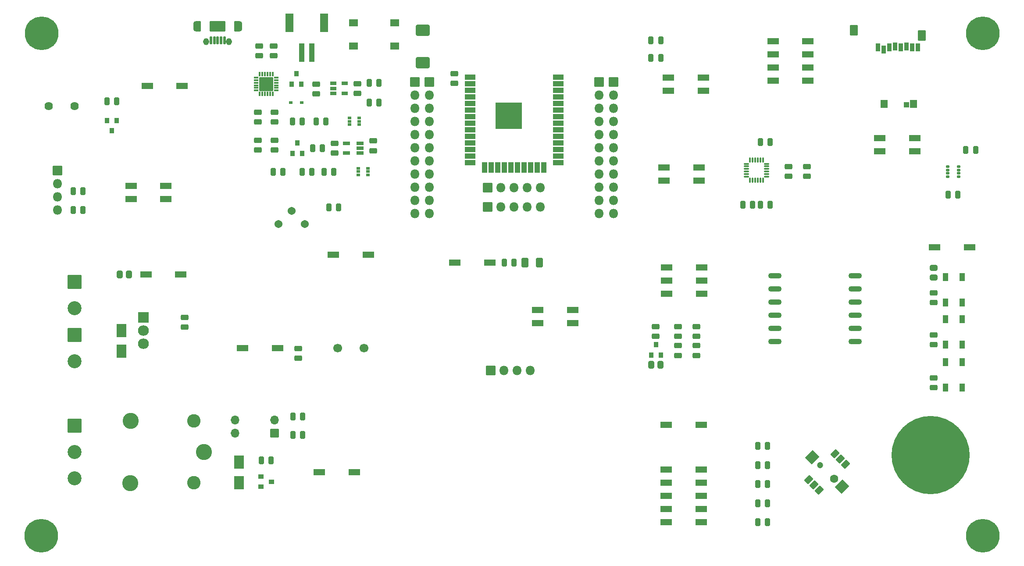
<source format=gbr>
%TF.GenerationSoftware,KiCad,Pcbnew,(6.0.0)*%
%TF.CreationDate,2022-02-10T17:28:00+01:00*%
%TF.ProjectId,ESP32IoTPlatform,45535033-3249-46f5-9450-6c6174666f72,rev?*%
%TF.SameCoordinates,Original*%
%TF.FileFunction,Soldermask,Top*%
%TF.FilePolarity,Negative*%
%FSLAX46Y46*%
G04 Gerber Fmt 4.6, Leading zero omitted, Abs format (unit mm)*
G04 Created by KiCad (PCBNEW (6.0.0)) date 2022-02-10 17:28:00*
%MOMM*%
%LPD*%
G01*
G04 APERTURE LIST*
G04 Aperture macros list*
%AMRoundRect*
0 Rectangle with rounded corners*
0 $1 Rounding radius*
0 $2 $3 $4 $5 $6 $7 $8 $9 X,Y pos of 4 corners*
0 Add a 4 corners polygon primitive as box body*
4,1,4,$2,$3,$4,$5,$6,$7,$8,$9,$2,$3,0*
0 Add four circle primitives for the rounded corners*
1,1,$1+$1,$2,$3*
1,1,$1+$1,$4,$5*
1,1,$1+$1,$6,$7*
1,1,$1+$1,$8,$9*
0 Add four rect primitives between the rounded corners*
20,1,$1+$1,$2,$3,$4,$5,0*
20,1,$1+$1,$4,$5,$6,$7,0*
20,1,$1+$1,$6,$7,$8,$9,0*
20,1,$1+$1,$8,$9,$2,$3,0*%
G04 Aperture macros list end*
%ADD10RoundRect,0.050000X0.900000X-1.250000X0.900000X1.250000X-0.900000X1.250000X-0.900000X-1.250000X0*%
%ADD11RoundRect,0.050000X-1.000000X0.952500X-1.000000X-0.952500X1.000000X-0.952500X1.000000X0.952500X0*%
%ADD12O,2.100000X2.005000*%
%ADD13RoundRect,0.293750X-0.456250X0.243750X-0.456250X-0.243750X0.456250X-0.243750X0.456250X0.243750X0*%
%ADD14RoundRect,0.300000X1.025000X-0.787500X1.025000X0.787500X-1.025000X0.787500X-1.025000X-0.787500X0*%
%ADD15RoundRect,0.293750X0.456250X-0.243750X0.456250X0.243750X-0.456250X0.243750X-0.456250X-0.243750X0*%
%ADD16RoundRect,0.293750X0.243750X0.456250X-0.243750X0.456250X-0.243750X-0.456250X0.243750X-0.456250X0*%
%ADD17RoundRect,0.050000X0.200000X0.675000X-0.200000X0.675000X-0.200000X-0.675000X0.200000X-0.675000X0*%
%ADD18O,1.100000X2.000000*%
%ADD19RoundRect,0.050000X1.450000X0.950000X-1.450000X0.950000X-1.450000X-0.950000X1.450000X-0.950000X0*%
%ADD20RoundRect,0.050000X0.437500X0.950000X-0.437500X0.950000X-0.437500X-0.950000X0.437500X-0.950000X0*%
%ADD21O,1.150000X1.350000*%
%ADD22RoundRect,0.293750X-0.243750X-0.456250X0.243750X-0.456250X0.243750X0.456250X-0.243750X0.456250X0*%
%ADD23RoundRect,0.112500X-0.062500X0.350000X-0.062500X-0.350000X0.062500X-0.350000X0.062500X0.350000X0*%
%ADD24RoundRect,0.112500X-0.350000X0.062500X-0.350000X-0.062500X0.350000X-0.062500X0.350000X0.062500X0*%
%ADD25RoundRect,0.050000X-1.300000X1.300000X-1.300000X-1.300000X1.300000X-1.300000X1.300000X1.300000X0*%
%ADD26RoundRect,0.050000X0.610000X0.325000X-0.610000X0.325000X-0.610000X-0.325000X0.610000X-0.325000X0*%
%ADD27RoundRect,0.050000X-0.450000X-0.400000X0.450000X-0.400000X0.450000X0.400000X-0.450000X0.400000X0*%
%ADD28RoundRect,0.050000X-1.080000X-0.560000X1.080000X-0.560000X1.080000X0.560000X-1.080000X0.560000X0*%
%ADD29RoundRect,0.050000X-0.530000X-0.325000X0.530000X-0.325000X0.530000X0.325000X-0.530000X0.325000X0*%
%ADD30RoundRect,0.050000X0.400000X-0.450000X0.400000X0.450000X-0.400000X0.450000X-0.400000X-0.450000X0*%
%ADD31RoundRect,0.050000X0.300000X0.225000X-0.300000X0.225000X-0.300000X-0.225000X0.300000X-0.225000X0*%
%ADD32RoundRect,0.050000X0.500000X-0.750000X0.500000X0.750000X-0.500000X0.750000X-0.500000X-0.750000X0*%
%ADD33C,2.700000*%
%ADD34RoundRect,0.050000X1.080000X0.560000X-1.080000X0.560000X-1.080000X-0.560000X1.080000X-0.560000X0*%
%ADD35RoundRect,0.050000X0.800000X0.800000X-0.800000X0.800000X-0.800000X-0.800000X0.800000X-0.800000X0*%
%ADD36O,1.700000X1.700000*%
%ADD37RoundRect,0.050000X-0.850000X-0.850000X0.850000X-0.850000X0.850000X0.850000X-0.850000X0.850000X0*%
%ADD38O,1.800000X1.800000*%
%ADD39RoundRect,0.050000X-0.325000X-0.200000X0.325000X-0.200000X0.325000X0.200000X-0.325000X0.200000X0*%
%ADD40C,1.540000*%
%ADD41RoundRect,0.050000X0.400000X0.750000X-0.400000X0.750000X-0.400000X-0.750000X0.400000X-0.750000X0*%
%ADD42RoundRect,0.050000X0.650000X0.700000X-0.650000X0.700000X-0.650000X-0.700000X0.650000X-0.700000X0*%
%ADD43RoundRect,0.050000X0.700000X0.950000X-0.700000X0.950000X-0.700000X-0.950000X0.700000X-0.950000X0*%
%ADD44RoundRect,0.050000X0.475000X0.500000X-0.475000X0.500000X-0.475000X-0.500000X0.475000X-0.500000X0*%
%ADD45C,0.900000*%
%ADD46C,6.500000*%
%ADD47RoundRect,0.050000X0.850000X-0.850000X0.850000X0.850000X-0.850000X0.850000X-0.850000X-0.850000X0*%
%ADD48RoundRect,0.050000X-0.750000X-1.700000X0.750000X-1.700000X0.750000X1.700000X-0.750000X1.700000X0*%
%ADD49RoundRect,0.050000X-0.500000X-1.750000X0.500000X-1.750000X0.500000X1.750000X-0.500000X1.750000X0*%
%ADD50C,3.100000*%
%ADD51C,2.600000*%
%ADD52C,15.100000*%
%ADD53RoundRect,0.050000X-0.900000X1.250000X-0.900000X-1.250000X0.900000X-1.250000X0.900000X1.250000X0*%
%ADD54RoundRect,0.300000X0.375000X0.625000X-0.375000X0.625000X-0.375000X-0.625000X0.375000X-0.625000X0*%
%ADD55O,2.600000X1.100000*%
%ADD56C,1.700000*%
%ADD57RoundRect,0.050000X0.775000X0.650000X-0.775000X0.650000X-0.775000X-0.650000X0.775000X-0.650000X0*%
%ADD58RoundRect,0.050000X-1.000000X-0.450000X1.000000X-0.450000X1.000000X0.450000X-1.000000X0.450000X0*%
%ADD59RoundRect,0.050000X0.450000X-1.000000X0.450000X1.000000X-0.450000X1.000000X-0.450000X-1.000000X0*%
%ADD60RoundRect,0.050000X-2.500000X-2.500000X2.500000X-2.500000X2.500000X2.500000X-2.500000X2.500000X0*%
%ADD61RoundRect,0.050000X-0.400000X0.450000X-0.400000X-0.450000X0.400000X-0.450000X0.400000X0.450000X0*%
%ADD62C,1.624000*%
%ADD63RoundRect,0.050000X0.250000X0.175000X-0.250000X0.175000X-0.250000X-0.175000X0.250000X-0.175000X0*%
%ADD64C,1.200000*%
%ADD65C,1.600000*%
%ADD66RoundRect,0.050000X-0.123744X-0.830850X0.830850X0.123744X0.123744X0.830850X-0.830850X-0.123744X0*%
%ADD67RoundRect,0.050000X-0.070711X-1.343503X1.343503X0.070711X0.070711X1.343503X-1.343503X-0.070711X0*%
%ADD68RoundRect,0.125000X-0.350000X-0.075000X0.350000X-0.075000X0.350000X0.075000X-0.350000X0.075000X0*%
%ADD69RoundRect,0.125000X0.075000X-0.350000X0.075000X0.350000X-0.075000X0.350000X-0.075000X-0.350000X0*%
%ADD70RoundRect,0.300000X0.262500X0.450000X-0.262500X0.450000X-0.262500X-0.450000X0.262500X-0.450000X0*%
%ADD71RoundRect,0.300000X0.450000X-0.262500X0.450000X0.262500X-0.450000X0.262500X-0.450000X-0.262500X0*%
G04 APERTURE END LIST*
D10*
%TO.C,D12*%
X62400000Y-113800000D03*
X62400000Y-109800000D03*
%TD*%
D11*
%TO.C,Q3*%
X66655000Y-107260000D03*
D12*
X66655000Y-109800000D03*
X66655000Y-112340000D03*
%TD*%
D13*
%TO.C,R14*%
X74600000Y-107262500D03*
X74600000Y-109137500D03*
%TD*%
D14*
%TO.C,C3*%
X120606999Y-58056499D03*
X120606999Y-51831499D03*
%TD*%
D15*
%TO.C,C4*%
X89000000Y-56737500D03*
X89000000Y-54862500D03*
%TD*%
%TO.C,C5*%
X91800000Y-56737500D03*
X91800000Y-54862500D03*
%TD*%
%TO.C,C6*%
X103600000Y-75537500D03*
X103600000Y-73662500D03*
%TD*%
%TO.C,C7*%
X111000000Y-75068750D03*
X111000000Y-73193750D03*
%TD*%
D13*
%TO.C,D1*%
X88800000Y-73062500D03*
X88800000Y-74937500D03*
%TD*%
%TO.C,D2*%
X92000000Y-73062500D03*
X92000000Y-74937500D03*
%TD*%
D16*
%TO.C,D3*%
X101937500Y-69400000D03*
X100062500Y-69400000D03*
%TD*%
D17*
%TO.C,J1*%
X79700000Y-53735000D03*
X80350000Y-53735000D03*
X81000000Y-53735000D03*
X81650000Y-53735000D03*
X82300000Y-53735000D03*
D18*
X76825000Y-51060000D03*
D19*
X81000000Y-51060000D03*
D20*
X84737500Y-51060000D03*
X77262500Y-51060000D03*
D21*
X78775000Y-54060000D03*
X83225000Y-54060000D03*
D18*
X85175000Y-51060000D03*
%TD*%
D13*
%TO.C,R2*%
X88800000Y-67662500D03*
X88800000Y-69537500D03*
%TD*%
%TO.C,R3*%
X92000000Y-67662500D03*
X92000000Y-69537500D03*
%TD*%
D22*
%TO.C,R4*%
X99325000Y-74600000D03*
X101200000Y-74600000D03*
%TD*%
D16*
%TO.C,R5*%
X103437500Y-79200000D03*
X101562500Y-79200000D03*
%TD*%
D23*
%TO.C,U2*%
X91650000Y-60262500D03*
X91150000Y-60262500D03*
X90650000Y-60262500D03*
X90150000Y-60262500D03*
X89650000Y-60262500D03*
X89150000Y-60262500D03*
D24*
X88462500Y-60950000D03*
X88462500Y-61450000D03*
X88462500Y-61950000D03*
X88462500Y-62450000D03*
X88462500Y-62950000D03*
X88462500Y-63450000D03*
D23*
X89150000Y-64137500D03*
X89650000Y-64137500D03*
X90150000Y-64137500D03*
X90650000Y-64137500D03*
X91150000Y-64137500D03*
X91650000Y-64137500D03*
D24*
X92337500Y-63450000D03*
X92337500Y-62950000D03*
X92337500Y-62450000D03*
X92337500Y-61950000D03*
X92337500Y-61450000D03*
X92337500Y-60950000D03*
D25*
X90400000Y-62200000D03*
%TD*%
D26*
%TO.C,U3*%
X108510000Y-75550000D03*
X108510000Y-74600000D03*
X108510000Y-73650000D03*
X105890000Y-73650000D03*
X105890000Y-75550000D03*
%TD*%
D27*
%TO.C,Q2*%
X89380999Y-138050000D03*
X89380999Y-139950000D03*
X91380999Y-139000000D03*
%TD*%
D22*
%TO.C,R6*%
X164672499Y-57150999D03*
X166547499Y-57150999D03*
%TD*%
%TO.C,R7*%
X164672499Y-53750999D03*
X166547499Y-53750999D03*
%TD*%
D28*
%TO.C,SW2*%
X168044999Y-60953999D03*
X168044999Y-63493999D03*
X174774999Y-63493999D03*
X174774999Y-60953999D03*
%TD*%
D13*
%TO.C,C13*%
X100068750Y-62262500D03*
X100068750Y-64137500D03*
%TD*%
%TO.C,C14*%
X108000000Y-62112500D03*
X108000000Y-63987500D03*
%TD*%
D29*
%TO.C,IC1*%
X103300000Y-62100000D03*
X103300000Y-63050000D03*
X103300000Y-64000000D03*
X105500000Y-64000000D03*
X105500000Y-62100000D03*
%TD*%
D30*
%TO.C,Q1*%
X95250000Y-62200000D03*
X97150000Y-62200000D03*
X96200000Y-60200000D03*
%TD*%
D22*
%TO.C,R10*%
X95462500Y-69400000D03*
X97337500Y-69400000D03*
%TD*%
D31*
%TO.C,D4*%
X97250000Y-65800000D03*
X95150000Y-65800000D03*
%TD*%
D15*
%TO.C,C15*%
X219222999Y-104412499D03*
X219222999Y-102537499D03*
%TD*%
%TO.C,C16*%
X219222999Y-112540499D03*
X219222999Y-110665499D03*
%TD*%
%TO.C,C17*%
X219222999Y-120795499D03*
X219222999Y-118920499D03*
%TD*%
D32*
%TO.C,D5*%
X221559999Y-104400999D03*
X224759999Y-104400999D03*
X224759999Y-99500999D03*
X221559999Y-99500999D03*
%TD*%
%TO.C,D6*%
X221559999Y-112528999D03*
X224759999Y-112528999D03*
X224759999Y-107628999D03*
X221559999Y-107628999D03*
%TD*%
%TO.C,D7*%
X221559999Y-120783999D03*
X224759999Y-120783999D03*
X224759999Y-115883999D03*
X221559999Y-115883999D03*
%TD*%
D16*
%TO.C,D10*%
X97414499Y-126444999D03*
X95539499Y-126444999D03*
%TD*%
D25*
%TO.C,J2*%
X53423999Y-128222999D03*
D33*
X53423999Y-133302999D03*
X53423999Y-138382999D03*
%TD*%
D16*
%TO.C,R12*%
X97414499Y-130000999D03*
X95539499Y-130000999D03*
%TD*%
D22*
%TO.C,R13*%
X89443499Y-134900000D03*
X91318499Y-134900000D03*
%TD*%
D34*
%TO.C,SW7*%
X107358000Y-137200000D03*
X100628000Y-137200000D03*
%TD*%
D35*
%TO.C,U6*%
X92031999Y-129619999D03*
D36*
X92031999Y-127079999D03*
X84411999Y-127079999D03*
X84411999Y-129619999D03*
%TD*%
D22*
%TO.C,R15*%
X53112500Y-82880000D03*
X54987500Y-82880000D03*
%TD*%
D16*
%TO.C,R16*%
X54987500Y-86563000D03*
X53112500Y-86563000D03*
%TD*%
D37*
%TO.C,J5*%
X50113000Y-78943000D03*
D38*
X50113000Y-81483000D03*
X50113000Y-84023000D03*
X50113000Y-86563000D03*
%TD*%
D39*
%TO.C,Q6*%
X106450000Y-68750000D03*
X106450000Y-69400000D03*
X106450000Y-70050000D03*
X108350000Y-70050000D03*
X108350000Y-69400000D03*
X108350000Y-68750000D03*
%TD*%
%TO.C,Q7*%
X108150000Y-78450000D03*
X108150000Y-79100000D03*
X108150000Y-79750000D03*
X110050000Y-79750000D03*
X110050000Y-79100000D03*
X110050000Y-78450000D03*
%TD*%
D30*
%TO.C,Q8*%
X95450000Y-75600000D03*
X97350000Y-75600000D03*
X96400000Y-73600000D03*
%TD*%
D22*
%TO.C,R28*%
X91725000Y-79200000D03*
X93600000Y-79200000D03*
%TD*%
%TO.C,R29*%
X97325000Y-79200000D03*
X99200000Y-79200000D03*
%TD*%
D16*
%TO.C,R21*%
X104337500Y-86000000D03*
X102462500Y-86000000D03*
%TD*%
D34*
%TO.C,SW15*%
X110085000Y-95200000D03*
X103355000Y-95200000D03*
%TD*%
D40*
%TO.C,RV1*%
X97873999Y-89233999D03*
X95333999Y-86693999D03*
X92793999Y-89233999D03*
%TD*%
D41*
%TO.C,SD1*%
X208469999Y-55147999D03*
X209569999Y-55547999D03*
X210669999Y-55147999D03*
X211769999Y-54947999D03*
X212869999Y-55147999D03*
X213969999Y-54947999D03*
X215069999Y-55147999D03*
X216169999Y-55147999D03*
D42*
X215359999Y-66007999D03*
X209659999Y-66007999D03*
D43*
X216959999Y-52857999D03*
X203809999Y-51857999D03*
D44*
X213969999Y-66207999D03*
%TD*%
D28*
%TO.C,SW19*%
X188244999Y-53940999D03*
X188244999Y-56480999D03*
X188244999Y-59020999D03*
X188244999Y-61560999D03*
X194974999Y-61560999D03*
X194974999Y-59020999D03*
X194974999Y-56480999D03*
X194974999Y-53940999D03*
%TD*%
D45*
%TO.C,H1*%
X45376943Y-54101055D03*
D46*
X47073999Y-52403999D03*
D45*
X47073999Y-50003999D03*
X45376943Y-50706943D03*
X47073999Y-54803999D03*
X44673999Y-52403999D03*
X48771055Y-54101055D03*
X48771055Y-50706943D03*
X49473999Y-52403999D03*
%TD*%
%TO.C,H2*%
X226360999Y-52403999D03*
X230458055Y-54101055D03*
X227063943Y-54101055D03*
X231160999Y-52403999D03*
X228760999Y-50003999D03*
X228760999Y-54803999D03*
X227063943Y-50706943D03*
D46*
X228760999Y-52403999D03*
D45*
X230458055Y-50706943D03*
%TD*%
%TO.C,H3*%
X44546999Y-149431999D03*
X48644055Y-151129055D03*
X45249943Y-151129055D03*
D46*
X46946999Y-149431999D03*
D45*
X46946999Y-151831999D03*
X46946999Y-147031999D03*
X48644055Y-147734943D03*
X49346999Y-149431999D03*
X45249943Y-147734943D03*
%TD*%
%TO.C,H4*%
X230458055Y-151129055D03*
X227063943Y-151129055D03*
X226360999Y-149431999D03*
X227063943Y-147734943D03*
X231160999Y-149431999D03*
X230458055Y-147734943D03*
D46*
X228760999Y-149431999D03*
D45*
X228760999Y-147031999D03*
X228760999Y-151831999D03*
%TD*%
D47*
%TO.C,J7*%
X133179999Y-82248999D03*
D38*
X135719999Y-82248999D03*
X138259999Y-82248999D03*
X140799999Y-82248999D03*
X143339999Y-82248999D03*
%TD*%
D47*
%TO.C,J8*%
X133179999Y-85931999D03*
D38*
X135719999Y-85931999D03*
X138259999Y-85931999D03*
X140799999Y-85931999D03*
X143339999Y-85931999D03*
%TD*%
D48*
%TO.C,JST1*%
X101550000Y-50356750D03*
X94850000Y-50356750D03*
D49*
X99200000Y-56106750D03*
X97200000Y-56106750D03*
%TD*%
D50*
%TO.C,K1*%
X78366799Y-133277599D03*
D51*
X76416799Y-139227599D03*
D50*
X64166799Y-139277599D03*
X64216799Y-127227599D03*
D51*
X76416799Y-127227599D03*
%TD*%
D47*
%TO.C,J6*%
X133743999Y-117551999D03*
D38*
X136283999Y-117551999D03*
X138823999Y-117551999D03*
X141363999Y-117551999D03*
%TD*%
D34*
%TO.C,SW10*%
X149554999Y-108407999D03*
X149554999Y-105867999D03*
X142824999Y-105867999D03*
X142824999Y-108407999D03*
%TD*%
D16*
%TO.C,C2*%
X112137500Y-65800000D03*
X110262500Y-65800000D03*
%TD*%
D15*
%TO.C,C1*%
X126702999Y-62104499D03*
X126702999Y-60229499D03*
%TD*%
D52*
%TO.C,TP1*%
X218615999Y-133864999D03*
%TD*%
D53*
%TO.C,D11*%
X85173999Y-135239999D03*
X85173999Y-139239999D03*
%TD*%
D25*
%TO.C,J4*%
X53423999Y-110696999D03*
D33*
X53423999Y-115776999D03*
%TD*%
D34*
%TO.C,SW8*%
X73888999Y-99000000D03*
X67158999Y-99000000D03*
%TD*%
D25*
%TO.C,J3*%
X53423999Y-100409999D03*
D33*
X53423999Y-105489999D03*
%TD*%
D28*
%TO.C,SW6*%
X126822999Y-96723999D03*
X133552999Y-96723999D03*
%TD*%
D22*
%TO.C,R11*%
X136362499Y-96723999D03*
X138237499Y-96723999D03*
%TD*%
D54*
%TO.C,D9*%
X143144999Y-96723999D03*
X140344999Y-96723999D03*
%TD*%
D28*
%TO.C,SW11*%
X167691999Y-97623999D03*
X167691999Y-100163999D03*
X167691999Y-102703999D03*
X174421999Y-102703999D03*
X174421999Y-100163999D03*
X174421999Y-97623999D03*
%TD*%
D15*
%TO.C,C20*%
X169847999Y-110926499D03*
X169847999Y-109051499D03*
%TD*%
%TO.C,C19*%
X173403999Y-110926499D03*
X173403999Y-109051499D03*
%TD*%
%TO.C,D13*%
X173403999Y-114609499D03*
X173403999Y-112734499D03*
%TD*%
D30*
%TO.C,Q4*%
X164706999Y-114544999D03*
X166606999Y-114544999D03*
X165656999Y-112544999D03*
%TD*%
D15*
%TO.C,R17*%
X165600000Y-110926499D03*
X165600000Y-109051499D03*
%TD*%
D13*
%TO.C,R18*%
X169847999Y-112734499D03*
X169847999Y-114609499D03*
%TD*%
D55*
%TO.C,U7*%
X188571599Y-99259599D03*
X188571599Y-101779599D03*
X188571599Y-104319599D03*
X188571599Y-106859599D03*
X188571599Y-109399599D03*
X188571599Y-111939599D03*
X204081599Y-111939599D03*
X204081599Y-109399599D03*
X204081599Y-106859599D03*
X204081599Y-104319599D03*
X204081599Y-101779599D03*
X204081599Y-99239599D03*
%TD*%
D34*
%TO.C,SW9*%
X71004000Y-84404000D03*
X71004000Y-81864000D03*
X64274000Y-81864000D03*
X64274000Y-84404000D03*
%TD*%
D13*
%TO.C,R20*%
X96600000Y-113262500D03*
X96600000Y-115137500D03*
%TD*%
D28*
%TO.C,SW14*%
X85835000Y-113200000D03*
X92565000Y-113200000D03*
%TD*%
D56*
%TO.C,R19*%
X109303999Y-113236999D03*
X104223999Y-113236999D03*
%TD*%
D57*
%TO.C,SW1*%
X107220000Y-54850000D03*
X115180000Y-54850000D03*
X115180000Y-50350000D03*
X107220000Y-50350000D03*
%TD*%
D28*
%TO.C,SW5*%
X219418999Y-93750999D03*
X226148999Y-93750999D03*
%TD*%
D58*
%TO.C,U1*%
X129734999Y-60847999D03*
X129734999Y-62117999D03*
X129734999Y-63387999D03*
X129734999Y-64657999D03*
X129734999Y-65927999D03*
X129734999Y-67197999D03*
X129734999Y-68467999D03*
X129734999Y-69737999D03*
X129734999Y-71007999D03*
X129734999Y-72277999D03*
X129734999Y-73547999D03*
X129734999Y-74817999D03*
X129734999Y-76087999D03*
X129734999Y-77357999D03*
D59*
X132519999Y-78357999D03*
X133789999Y-78357999D03*
X135059999Y-78357999D03*
X136329999Y-78357999D03*
X137599999Y-78357999D03*
X138869999Y-78357999D03*
X140139999Y-78357999D03*
X141409999Y-78357999D03*
X142679999Y-78357999D03*
X143949999Y-78357999D03*
D58*
X146734999Y-77357999D03*
X146734999Y-76087999D03*
X146734999Y-74817999D03*
X146734999Y-73547999D03*
X146734999Y-72277999D03*
X146734999Y-71007999D03*
X146734999Y-69737999D03*
X146734999Y-68467999D03*
X146734999Y-67197999D03*
X146734999Y-65927999D03*
X146734999Y-64657999D03*
X146734999Y-63387999D03*
X146734999Y-62117999D03*
X146734999Y-60847999D03*
D60*
X137234999Y-68347999D03*
%TD*%
D16*
%TO.C,R27*%
X61504500Y-65523000D03*
X59629500Y-65523000D03*
%TD*%
D34*
%TO.C,SW18*%
X74165000Y-62600000D03*
X67435000Y-62600000D03*
%TD*%
D61*
%TO.C,Q5*%
X61517000Y-69222000D03*
X59617000Y-69222000D03*
X60567000Y-71222000D03*
%TD*%
D62*
%TO.C,BZ1*%
X48423000Y-66452000D03*
X53423000Y-66452000D03*
%TD*%
D22*
%TO.C,R1*%
X110262500Y-62000000D03*
X112137500Y-62000000D03*
%TD*%
D37*
%TO.C,J9*%
X121876999Y-61801999D03*
D38*
X121876999Y-64341999D03*
X121876999Y-66881999D03*
X121876999Y-69421999D03*
X121876999Y-71961999D03*
X121876999Y-74501999D03*
X121876999Y-77041999D03*
X121876999Y-79581999D03*
X121876999Y-82121999D03*
X121876999Y-84661999D03*
X121876999Y-87201999D03*
%TD*%
D37*
%TO.C,J11*%
X119082999Y-61801999D03*
D38*
X119082999Y-64341999D03*
X119082999Y-66881999D03*
X119082999Y-69421999D03*
X119082999Y-71961999D03*
X119082999Y-74501999D03*
X119082999Y-77041999D03*
X119082999Y-79581999D03*
X119082999Y-82121999D03*
X119082999Y-84661999D03*
X119082999Y-87201999D03*
%TD*%
D37*
%TO.C,J10*%
X154642999Y-61801999D03*
D38*
X154642999Y-64341999D03*
X154642999Y-66881999D03*
X154642999Y-69421999D03*
X154642999Y-71961999D03*
X154642999Y-74501999D03*
X154642999Y-77041999D03*
X154642999Y-79581999D03*
X154642999Y-82121999D03*
X154642999Y-84661999D03*
X154642999Y-87201999D03*
%TD*%
D37*
%TO.C,J12*%
X157436999Y-61801999D03*
D38*
X157436999Y-64341999D03*
X157436999Y-66881999D03*
X157436999Y-69421999D03*
X157436999Y-71961999D03*
X157436999Y-74501999D03*
X157436999Y-77041999D03*
X157436999Y-79581999D03*
X157436999Y-82121999D03*
X157436999Y-84661999D03*
X157436999Y-87201999D03*
%TD*%
D16*
%TO.C,C8*%
X223937500Y-83600000D03*
X222062500Y-83600000D03*
%TD*%
D28*
%TO.C,SW3*%
X208844999Y-72680999D03*
X208844999Y-75220999D03*
X215574999Y-75220999D03*
X215574999Y-72680999D03*
%TD*%
D22*
%TO.C,R8*%
X225462500Y-74950999D03*
X227337500Y-74950999D03*
%TD*%
D63*
%TO.C,U4*%
X221993999Y-80100000D03*
X221993999Y-79450000D03*
X221993999Y-78800000D03*
X221993999Y-78150000D03*
X224043999Y-78150000D03*
X224043999Y-78800000D03*
X224043999Y-79450000D03*
X224043999Y-80100000D03*
%TD*%
D64*
%TO.C,T1*%
X197347496Y-135783496D03*
D65*
X200034502Y-138470502D03*
D66*
X195155465Y-138647279D03*
X196163092Y-139654906D03*
X197170719Y-140662533D03*
X200211279Y-133591465D03*
X201218906Y-134599092D03*
X202226533Y-135606719D03*
D67*
X195827217Y-134263217D03*
X201554781Y-139990781D03*
%TD*%
D28*
%TO.C,SW16*%
X167625999Y-128023999D03*
X174355999Y-128023999D03*
%TD*%
D16*
%TO.C,R22*%
X187168499Y-132086999D03*
X185293499Y-132086999D03*
%TD*%
%TO.C,R23*%
X187168499Y-135769999D03*
X185293499Y-135769999D03*
%TD*%
%TO.C,R24*%
X187168499Y-139452999D03*
X185293499Y-139452999D03*
%TD*%
D28*
%TO.C,SW17*%
X167625999Y-136658999D03*
X167625999Y-139198999D03*
X167625999Y-141738999D03*
X167625999Y-144278999D03*
X167625999Y-146818999D03*
X174355999Y-146818999D03*
X174355999Y-144278999D03*
X174355999Y-141738999D03*
X174355999Y-139198999D03*
X174355999Y-136658999D03*
%TD*%
D16*
%TO.C,R25*%
X187168499Y-143135999D03*
X185293499Y-143135999D03*
%TD*%
D22*
%TO.C,R26*%
X185293499Y-146818999D03*
X187168499Y-146818999D03*
%TD*%
%TO.C,C9*%
X185817999Y-85550999D03*
X187692999Y-85550999D03*
%TD*%
D15*
%TO.C,C10*%
X191253999Y-80050499D03*
X191253999Y-78175499D03*
%TD*%
%TO.C,C12*%
X194809999Y-80050499D03*
X194809999Y-78175499D03*
%TD*%
D28*
%TO.C,SW4*%
X167197999Y-78350999D03*
X167197999Y-80890999D03*
X173927999Y-80890999D03*
X173927999Y-78350999D03*
%TD*%
D22*
%TO.C,C11*%
X185817999Y-73397999D03*
X187692999Y-73397999D03*
%TD*%
%TO.C,R9*%
X182388999Y-85550999D03*
X184263999Y-85550999D03*
%TD*%
D68*
%TO.C,U5*%
X183090999Y-77608999D03*
X183090999Y-78108999D03*
X183090999Y-78608999D03*
X183090999Y-79108999D03*
X183090999Y-79608999D03*
X183090999Y-80108999D03*
D69*
X183790999Y-80808999D03*
X184290999Y-80808999D03*
X184790999Y-80808999D03*
X185290999Y-80808999D03*
X185790999Y-80808999D03*
X186290999Y-80808999D03*
D68*
X186990999Y-80108999D03*
X186990999Y-79608999D03*
X186990999Y-79108999D03*
X186990999Y-78608999D03*
X186990999Y-78108999D03*
X186990999Y-77608999D03*
D69*
X186290999Y-76908999D03*
X185790999Y-76908999D03*
X185290999Y-76908999D03*
X184790999Y-76908999D03*
X184290999Y-76908999D03*
X183790999Y-76908999D03*
%TD*%
D70*
%TO.C,R31*%
X166512500Y-116400000D03*
X164687500Y-116400000D03*
%TD*%
%TO.C,R32*%
X63912500Y-99000000D03*
X62087500Y-99000000D03*
%TD*%
D71*
%TO.C,R30*%
X219209999Y-99546499D03*
X219209999Y-97721499D03*
%TD*%
M02*

</source>
